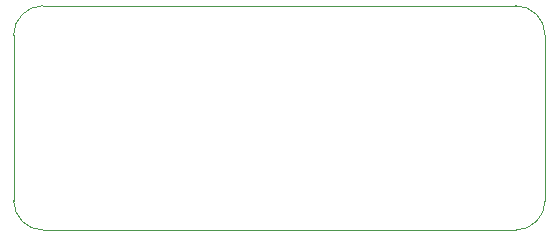
<source format=gm1>
G04 #@! TF.GenerationSoftware,KiCad,Pcbnew,(5.1.10)-1*
G04 #@! TF.CreationDate,2021-12-13T15:30:27+09:00*
G04 #@! TF.ProjectId,cat_tracker,6361745f-7472-4616-936b-65722e6b6963,rev?*
G04 #@! TF.SameCoordinates,Original*
G04 #@! TF.FileFunction,Profile,NP*
%FSLAX46Y46*%
G04 Gerber Fmt 4.6, Leading zero omitted, Abs format (unit mm)*
G04 Created by KiCad (PCBNEW (5.1.10)-1) date 2021-12-13 15:30:27*
%MOMM*%
%LPD*%
G01*
G04 APERTURE LIST*
G04 #@! TA.AperFunction,Profile*
%ADD10C,0.050000*%
G04 #@! TD*
G04 APERTURE END LIST*
D10*
X62500000Y-30000000D02*
G75*
G02*
X65000000Y-32500000I0J-2500000D01*
G01*
X65000000Y-46500000D02*
X65000000Y-32500000D01*
X65000000Y-46500000D02*
G75*
G02*
X62500000Y-49000000I-2500000J0D01*
G01*
X22500000Y-49000000D02*
X62500000Y-49000000D01*
X22500000Y-49000000D02*
G75*
G02*
X20000000Y-46500000I0J2500000D01*
G01*
X20000000Y-32500000D02*
X20000000Y-46500000D01*
X20000000Y-32500000D02*
G75*
G02*
X22500000Y-30000000I2500000J0D01*
G01*
X62500000Y-30000000D02*
X22500000Y-30000000D01*
M02*

</source>
